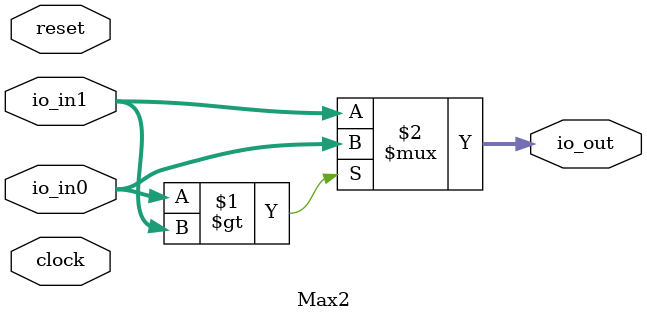
<source format=v>
module Max2(
  input        clock,
  input        reset,
  input  [7:0] io_in0,
  input  [7:0] io_in1,
  output [7:0] io_out
);
  assign io_out = io_in0 > io_in1 ? io_in0 : io_in1; // @[Max2.scala 17:16]
endmodule

</source>
